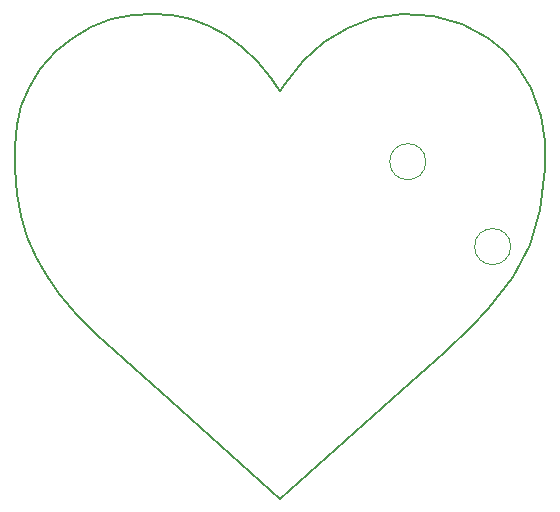
<source format=gm1>
G04 #@! TF.GenerationSoftware,KiCad,Pcbnew,(7.0.0)*
G04 #@! TF.CreationDate,2023-04-23T00:30:47-06:00*
G04 #@! TF.ProjectId,Fonocardiograma_V3B,466f6e6f-6361-4726-9469-6f6772616d61,rev?*
G04 #@! TF.SameCoordinates,Original*
G04 #@! TF.FileFunction,Profile,NP*
%FSLAX46Y46*%
G04 Gerber Fmt 4.6, Leading zero omitted, Abs format (unit mm)*
G04 Created by KiCad (PCBNEW (7.0.0)) date 2023-04-23 00:30:47*
%MOMM*%
%LPD*%
G01*
G04 APERTURE LIST*
G04 #@! TA.AperFunction,Profile*
%ADD10C,0.200000*%
G04 #@! TD*
G04 #@! TA.AperFunction,Profile*
%ADD11C,0.120000*%
G04 #@! TD*
G04 APERTURE END LIST*
D10*
X123348543Y-65389522D02*
X123767299Y-61971992D01*
X80038330Y-55094445D02*
X79411103Y-56625533D01*
X105064696Y-51187793D02*
X103272847Y-52790876D01*
X85779750Y-75956405D02*
X92020250Y-81523595D01*
X118955549Y-73786092D02*
X121028499Y-71085827D01*
X81031390Y-53444844D02*
X80038330Y-55094445D01*
X109181589Y-49171561D02*
X107051002Y-49968861D01*
X79411103Y-56625533D02*
X79013827Y-58230585D01*
X92020250Y-81523595D02*
X100462710Y-89082855D01*
X81550962Y-71018543D02*
X82704642Y-72628042D01*
X122464220Y-68357219D02*
X123348543Y-65389522D01*
X78855930Y-61972005D02*
X79048935Y-64043341D01*
X101312060Y-89846478D02*
X102161369Y-89082651D01*
X123443039Y-57431361D02*
X122591486Y-55108445D01*
X118907579Y-50822311D02*
X116688353Y-49633471D01*
X90555916Y-48777317D02*
X88887960Y-48874475D01*
X122591486Y-55108445D02*
X121293639Y-53040371D01*
X100462710Y-89082855D02*
X101312019Y-89846479D01*
X79048935Y-64043341D02*
X79395806Y-65945016D01*
X121293639Y-53040371D02*
X120172564Y-51857758D01*
X84107860Y-74261114D02*
X85779750Y-75956405D01*
X88887960Y-48874475D02*
X87039754Y-49254560D01*
X111720580Y-48790313D02*
X109181589Y-49171561D01*
X85320481Y-49901727D02*
X83746838Y-50808101D01*
X78833203Y-59986958D02*
X78855930Y-61972005D01*
X115240369Y-77455084D02*
X117500019Y-75301192D01*
X92191165Y-48911165D02*
X90555916Y-48777317D01*
X123767299Y-61971992D02*
X123764907Y-59532312D01*
X96759377Y-50634039D02*
X95307025Y-49845997D01*
X120172564Y-51857758D02*
X118907579Y-50822311D01*
X98122503Y-51627206D02*
X96759377Y-50634039D01*
X102161369Y-89082651D02*
X111549839Y-80701532D01*
X111549839Y-80701532D02*
X115240369Y-77455084D01*
X117500019Y-75301192D02*
X118955549Y-73786092D01*
X82704642Y-72628042D02*
X84107860Y-74261114D01*
X103272847Y-52790876D02*
X101725629Y-54740631D01*
X101725629Y-54740631D02*
X101313885Y-55320420D01*
X93779578Y-49269548D02*
X92191165Y-48911165D01*
X79013827Y-58230585D02*
X78833203Y-59986958D01*
X107051002Y-49968861D02*
X105064696Y-51187793D01*
X83746838Y-50808101D02*
X82335520Y-51965805D01*
X100524560Y-54203025D02*
X99382274Y-52819025D01*
X121028499Y-71085827D02*
X122464220Y-68357219D01*
X101081388Y-55012607D02*
X100524560Y-54203025D01*
X123764907Y-59532312D02*
X123443039Y-57431361D01*
X99382274Y-52819025D02*
X98122503Y-51627206D01*
X87039754Y-49254560D02*
X85320481Y-49901727D01*
X80627686Y-69393970D02*
X81550962Y-71018543D01*
X114257760Y-48950210D02*
X111720580Y-48790313D01*
X101312019Y-89846479D02*
X101312060Y-89846478D01*
X116688353Y-49633471D02*
X114257760Y-48950210D01*
X95307025Y-49845997D02*
X93779578Y-49269548D01*
X79915678Y-67715677D02*
X80627686Y-69393970D01*
X101313885Y-55320420D02*
X101081388Y-55012607D01*
X82335520Y-51965805D02*
X81031390Y-53444844D01*
X79395806Y-65945016D02*
X79915678Y-67715677D01*
D11*
X113651595Y-61318303D02*
G75*
G03*
X113651595Y-61318303I-1524000J0D01*
G01*
X120835800Y-68502508D02*
G75*
G03*
X120835800Y-68502508I-1524000J0D01*
G01*
M02*

</source>
